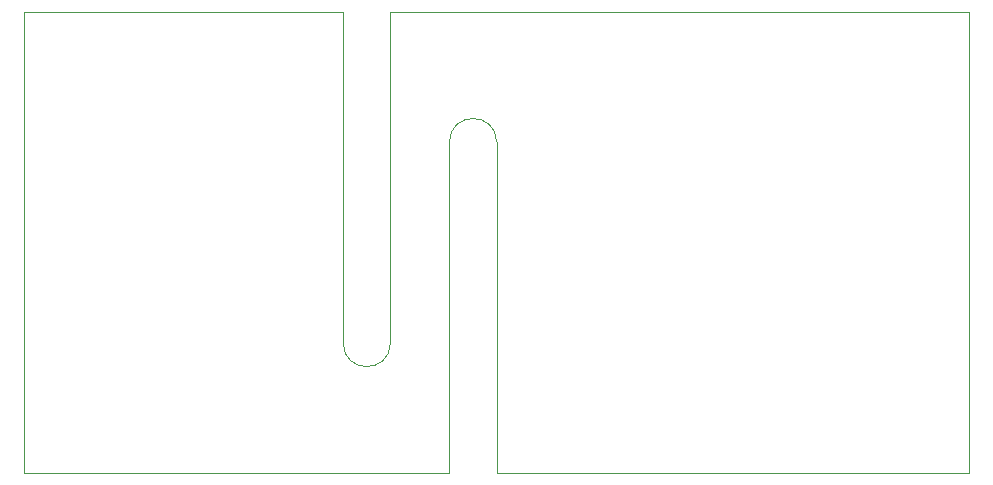
<source format=gbr>
%TF.GenerationSoftware,KiCad,Pcbnew,7.0.6-7.0.6~ubuntu22.04.1*%
%TF.CreationDate,2023-09-01T17:27:27+01:00*%
%TF.ProjectId,tec-controller,7465632d-636f-46e7-9472-6f6c6c65722e,rev?*%
%TF.SameCoordinates,Original*%
%TF.FileFunction,Profile,NP*%
%FSLAX46Y46*%
G04 Gerber Fmt 4.6, Leading zero omitted, Abs format (unit mm)*
G04 Created by KiCad (PCBNEW 7.0.6-7.0.6~ubuntu22.04.1) date 2023-09-01 17:27:27*
%MOMM*%
%LPD*%
G01*
G04 APERTURE LIST*
%TA.AperFunction,Profile*%
%ADD10C,0.100000*%
%TD*%
G04 APERTURE END LIST*
D10*
X110000000Y-119000000D02*
X110000000Y-80000000D01*
X137000000Y-108000000D02*
G75*
G03*
X141000000Y-108000000I2000000J0D01*
G01*
X141000000Y-108000000D02*
X141000000Y-80000000D01*
X150000000Y-119000000D02*
X190000000Y-119000000D01*
X146000000Y-91000000D02*
X146000000Y-119000000D01*
X146000000Y-119000000D02*
X110000000Y-119000000D01*
X141000000Y-80000000D02*
X190000000Y-80000000D01*
X110000000Y-80000000D02*
X137000000Y-80000000D01*
X137000000Y-80000000D02*
X137000000Y-108000000D01*
X190000000Y-80000000D02*
X190000000Y-119000000D01*
X150000000Y-119000000D02*
X150000000Y-91000000D01*
X150000000Y-91000000D02*
G75*
G03*
X146000000Y-91000000I-2000000J0D01*
G01*
M02*

</source>
